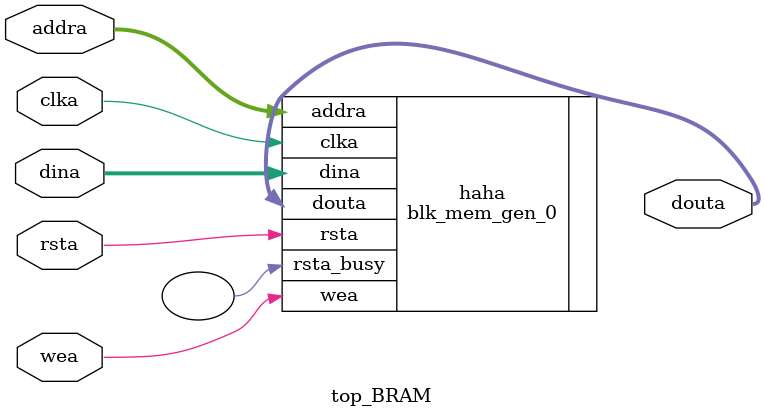
<source format=v>
`timescale 1ns / 1ps

module top_BRAM(clka,rsta,wea, addra,dina,douta);
input clka;
input rsta;
input wea;
input  [2:0] addra;
input  [7:0] dina;
output [7:0] douta;

blk_mem_gen_0   haha             (
                                  .clka(clka),            // input wire clka
                                  .rsta(rsta),            // input wire rsta
                                  .wea(wea),              // input wire [0 : 0] wea
                                  .addra(addra),          // input wire [2 : 0] addra
                                  .dina(dina),            // input wire [7 : 0] dina
                                  .douta(douta),          // output wire [7 : 0] douta
                                  .rsta_busy()  // output wire rsta_busy
                                   );
endmodule

</source>
